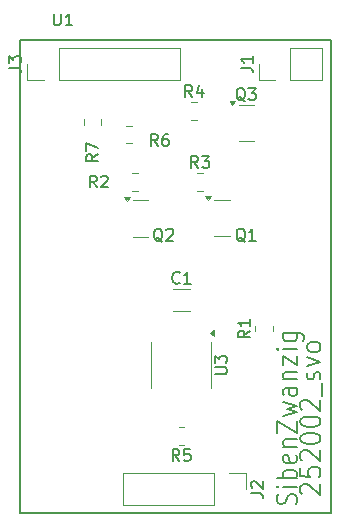
<source format=gbr>
%TF.GenerationSoftware,KiCad,Pcbnew,9.0.3-9.0.3-0~ubuntu24.04.1*%
%TF.CreationDate,2025-09-07T11:30:27-03:00*%
%TF.ProjectId,SvoCamBoardBottom,53766f43-616d-4426-9f61-7264426f7474,rev?*%
%TF.SameCoordinates,Original*%
%TF.FileFunction,Legend,Top*%
%TF.FilePolarity,Positive*%
%FSLAX46Y46*%
G04 Gerber Fmt 4.6, Leading zero omitted, Abs format (unit mm)*
G04 Created by KiCad (PCBNEW 9.0.3-9.0.3-0~ubuntu24.04.1) date 2025-09-07 11:30:27*
%MOMM*%
%LPD*%
G01*
G04 APERTURE LIST*
%ADD10C,0.150000*%
%ADD11C,0.120000*%
%ADD12C,0.127000*%
G04 APERTURE END LIST*
D10*
X167731715Y-107428569D02*
X167649810Y-107357141D01*
X167649810Y-107357141D02*
X167567905Y-107214284D01*
X167567905Y-107214284D02*
X167567905Y-106857141D01*
X167567905Y-106857141D02*
X167649810Y-106714284D01*
X167649810Y-106714284D02*
X167731715Y-106642855D01*
X167731715Y-106642855D02*
X167895524Y-106571426D01*
X167895524Y-106571426D02*
X168059334Y-106571426D01*
X168059334Y-106571426D02*
X168305048Y-106642855D01*
X168305048Y-106642855D02*
X169287905Y-107499998D01*
X169287905Y-107499998D02*
X169287905Y-106571426D01*
X167567905Y-105214284D02*
X167567905Y-105928570D01*
X167567905Y-105928570D02*
X168386953Y-105999998D01*
X168386953Y-105999998D02*
X168305048Y-105928570D01*
X168305048Y-105928570D02*
X168223143Y-105785713D01*
X168223143Y-105785713D02*
X168223143Y-105428570D01*
X168223143Y-105428570D02*
X168305048Y-105285713D01*
X168305048Y-105285713D02*
X168386953Y-105214284D01*
X168386953Y-105214284D02*
X168550762Y-105142855D01*
X168550762Y-105142855D02*
X168960286Y-105142855D01*
X168960286Y-105142855D02*
X169124096Y-105214284D01*
X169124096Y-105214284D02*
X169206001Y-105285713D01*
X169206001Y-105285713D02*
X169287905Y-105428570D01*
X169287905Y-105428570D02*
X169287905Y-105785713D01*
X169287905Y-105785713D02*
X169206001Y-105928570D01*
X169206001Y-105928570D02*
X169124096Y-105999998D01*
X167731715Y-104571427D02*
X167649810Y-104499999D01*
X167649810Y-104499999D02*
X167567905Y-104357142D01*
X167567905Y-104357142D02*
X167567905Y-103999999D01*
X167567905Y-103999999D02*
X167649810Y-103857142D01*
X167649810Y-103857142D02*
X167731715Y-103785713D01*
X167731715Y-103785713D02*
X167895524Y-103714284D01*
X167895524Y-103714284D02*
X168059334Y-103714284D01*
X168059334Y-103714284D02*
X168305048Y-103785713D01*
X168305048Y-103785713D02*
X169287905Y-104642856D01*
X169287905Y-104642856D02*
X169287905Y-103714284D01*
X167567905Y-102785713D02*
X167567905Y-102642856D01*
X167567905Y-102642856D02*
X167649810Y-102499999D01*
X167649810Y-102499999D02*
X167731715Y-102428571D01*
X167731715Y-102428571D02*
X167895524Y-102357142D01*
X167895524Y-102357142D02*
X168223143Y-102285713D01*
X168223143Y-102285713D02*
X168632667Y-102285713D01*
X168632667Y-102285713D02*
X168960286Y-102357142D01*
X168960286Y-102357142D02*
X169124096Y-102428571D01*
X169124096Y-102428571D02*
X169206001Y-102499999D01*
X169206001Y-102499999D02*
X169287905Y-102642856D01*
X169287905Y-102642856D02*
X169287905Y-102785713D01*
X169287905Y-102785713D02*
X169206001Y-102928571D01*
X169206001Y-102928571D02*
X169124096Y-102999999D01*
X169124096Y-102999999D02*
X168960286Y-103071428D01*
X168960286Y-103071428D02*
X168632667Y-103142856D01*
X168632667Y-103142856D02*
X168223143Y-103142856D01*
X168223143Y-103142856D02*
X167895524Y-103071428D01*
X167895524Y-103071428D02*
X167731715Y-102999999D01*
X167731715Y-102999999D02*
X167649810Y-102928571D01*
X167649810Y-102928571D02*
X167567905Y-102785713D01*
X167567905Y-101357142D02*
X167567905Y-101214285D01*
X167567905Y-101214285D02*
X167649810Y-101071428D01*
X167649810Y-101071428D02*
X167731715Y-101000000D01*
X167731715Y-101000000D02*
X167895524Y-100928571D01*
X167895524Y-100928571D02*
X168223143Y-100857142D01*
X168223143Y-100857142D02*
X168632667Y-100857142D01*
X168632667Y-100857142D02*
X168960286Y-100928571D01*
X168960286Y-100928571D02*
X169124096Y-101000000D01*
X169124096Y-101000000D02*
X169206001Y-101071428D01*
X169206001Y-101071428D02*
X169287905Y-101214285D01*
X169287905Y-101214285D02*
X169287905Y-101357142D01*
X169287905Y-101357142D02*
X169206001Y-101500000D01*
X169206001Y-101500000D02*
X169124096Y-101571428D01*
X169124096Y-101571428D02*
X168960286Y-101642857D01*
X168960286Y-101642857D02*
X168632667Y-101714285D01*
X168632667Y-101714285D02*
X168223143Y-101714285D01*
X168223143Y-101714285D02*
X167895524Y-101642857D01*
X167895524Y-101642857D02*
X167731715Y-101571428D01*
X167731715Y-101571428D02*
X167649810Y-101500000D01*
X167649810Y-101500000D02*
X167567905Y-101357142D01*
X167731715Y-100285714D02*
X167649810Y-100214286D01*
X167649810Y-100214286D02*
X167567905Y-100071429D01*
X167567905Y-100071429D02*
X167567905Y-99714286D01*
X167567905Y-99714286D02*
X167649810Y-99571429D01*
X167649810Y-99571429D02*
X167731715Y-99500000D01*
X167731715Y-99500000D02*
X167895524Y-99428571D01*
X167895524Y-99428571D02*
X168059334Y-99428571D01*
X168059334Y-99428571D02*
X168305048Y-99500000D01*
X168305048Y-99500000D02*
X169287905Y-100357143D01*
X169287905Y-100357143D02*
X169287905Y-99428571D01*
X169451715Y-99142858D02*
X169451715Y-98000000D01*
X169206001Y-97714286D02*
X169287905Y-97571429D01*
X169287905Y-97571429D02*
X169287905Y-97285715D01*
X169287905Y-97285715D02*
X169206001Y-97142858D01*
X169206001Y-97142858D02*
X169042191Y-97071429D01*
X169042191Y-97071429D02*
X168960286Y-97071429D01*
X168960286Y-97071429D02*
X168796477Y-97142858D01*
X168796477Y-97142858D02*
X168714572Y-97285715D01*
X168714572Y-97285715D02*
X168714572Y-97500001D01*
X168714572Y-97500001D02*
X168632667Y-97642858D01*
X168632667Y-97642858D02*
X168468858Y-97714286D01*
X168468858Y-97714286D02*
X168386953Y-97714286D01*
X168386953Y-97714286D02*
X168223143Y-97642858D01*
X168223143Y-97642858D02*
X168141239Y-97500001D01*
X168141239Y-97500001D02*
X168141239Y-97285715D01*
X168141239Y-97285715D02*
X168223143Y-97142858D01*
X168141239Y-96571429D02*
X169287905Y-96214286D01*
X169287905Y-96214286D02*
X168141239Y-95857143D01*
X169287905Y-95071429D02*
X169206001Y-95214286D01*
X169206001Y-95214286D02*
X169124096Y-95285715D01*
X169124096Y-95285715D02*
X168960286Y-95357143D01*
X168960286Y-95357143D02*
X168468858Y-95357143D01*
X168468858Y-95357143D02*
X168305048Y-95285715D01*
X168305048Y-95285715D02*
X168223143Y-95214286D01*
X168223143Y-95214286D02*
X168141239Y-95071429D01*
X168141239Y-95071429D02*
X168141239Y-94857143D01*
X168141239Y-94857143D02*
X168223143Y-94714286D01*
X168223143Y-94714286D02*
X168305048Y-94642858D01*
X168305048Y-94642858D02*
X168468858Y-94571429D01*
X168468858Y-94571429D02*
X168960286Y-94571429D01*
X168960286Y-94571429D02*
X169124096Y-94642858D01*
X169124096Y-94642858D02*
X169206001Y-94714286D01*
X169206001Y-94714286D02*
X169287905Y-94857143D01*
X169287905Y-94857143D02*
X169287905Y-95071429D01*
X163304819Y-93579166D02*
X162828628Y-93912499D01*
X163304819Y-94150594D02*
X162304819Y-94150594D01*
X162304819Y-94150594D02*
X162304819Y-93769642D01*
X162304819Y-93769642D02*
X162352438Y-93674404D01*
X162352438Y-93674404D02*
X162400057Y-93626785D01*
X162400057Y-93626785D02*
X162495295Y-93579166D01*
X162495295Y-93579166D02*
X162638152Y-93579166D01*
X162638152Y-93579166D02*
X162733390Y-93626785D01*
X162733390Y-93626785D02*
X162781009Y-93674404D01*
X162781009Y-93674404D02*
X162828628Y-93769642D01*
X162828628Y-93769642D02*
X162828628Y-94150594D01*
X163304819Y-92626785D02*
X163304819Y-93198213D01*
X163304819Y-92912499D02*
X162304819Y-92912499D01*
X162304819Y-92912499D02*
X162447676Y-93007737D01*
X162447676Y-93007737D02*
X162542914Y-93102975D01*
X162542914Y-93102975D02*
X162590533Y-93198213D01*
X162904761Y-74150057D02*
X162809523Y-74102438D01*
X162809523Y-74102438D02*
X162714285Y-74007200D01*
X162714285Y-74007200D02*
X162571428Y-73864342D01*
X162571428Y-73864342D02*
X162476190Y-73816723D01*
X162476190Y-73816723D02*
X162380952Y-73816723D01*
X162428571Y-74054819D02*
X162333333Y-74007200D01*
X162333333Y-74007200D02*
X162238095Y-73911961D01*
X162238095Y-73911961D02*
X162190476Y-73721485D01*
X162190476Y-73721485D02*
X162190476Y-73388152D01*
X162190476Y-73388152D02*
X162238095Y-73197676D01*
X162238095Y-73197676D02*
X162333333Y-73102438D01*
X162333333Y-73102438D02*
X162428571Y-73054819D01*
X162428571Y-73054819D02*
X162619047Y-73054819D01*
X162619047Y-73054819D02*
X162714285Y-73102438D01*
X162714285Y-73102438D02*
X162809523Y-73197676D01*
X162809523Y-73197676D02*
X162857142Y-73388152D01*
X162857142Y-73388152D02*
X162857142Y-73721485D01*
X162857142Y-73721485D02*
X162809523Y-73911961D01*
X162809523Y-73911961D02*
X162714285Y-74007200D01*
X162714285Y-74007200D02*
X162619047Y-74054819D01*
X162619047Y-74054819D02*
X162428571Y-74054819D01*
X163190476Y-73054819D02*
X163809523Y-73054819D01*
X163809523Y-73054819D02*
X163476190Y-73435771D01*
X163476190Y-73435771D02*
X163619047Y-73435771D01*
X163619047Y-73435771D02*
X163714285Y-73483390D01*
X163714285Y-73483390D02*
X163761904Y-73531009D01*
X163761904Y-73531009D02*
X163809523Y-73626247D01*
X163809523Y-73626247D02*
X163809523Y-73864342D01*
X163809523Y-73864342D02*
X163761904Y-73959580D01*
X163761904Y-73959580D02*
X163714285Y-74007200D01*
X163714285Y-74007200D02*
X163619047Y-74054819D01*
X163619047Y-74054819D02*
X163333333Y-74054819D01*
X163333333Y-74054819D02*
X163238095Y-74007200D01*
X163238095Y-74007200D02*
X163190476Y-73959580D01*
X155508333Y-77954819D02*
X155175000Y-77478628D01*
X154936905Y-77954819D02*
X154936905Y-76954819D01*
X154936905Y-76954819D02*
X155317857Y-76954819D01*
X155317857Y-76954819D02*
X155413095Y-77002438D01*
X155413095Y-77002438D02*
X155460714Y-77050057D01*
X155460714Y-77050057D02*
X155508333Y-77145295D01*
X155508333Y-77145295D02*
X155508333Y-77288152D01*
X155508333Y-77288152D02*
X155460714Y-77383390D01*
X155460714Y-77383390D02*
X155413095Y-77431009D01*
X155413095Y-77431009D02*
X155317857Y-77478628D01*
X155317857Y-77478628D02*
X154936905Y-77478628D01*
X156365476Y-76954819D02*
X156175000Y-76954819D01*
X156175000Y-76954819D02*
X156079762Y-77002438D01*
X156079762Y-77002438D02*
X156032143Y-77050057D01*
X156032143Y-77050057D02*
X155936905Y-77192914D01*
X155936905Y-77192914D02*
X155889286Y-77383390D01*
X155889286Y-77383390D02*
X155889286Y-77764342D01*
X155889286Y-77764342D02*
X155936905Y-77859580D01*
X155936905Y-77859580D02*
X155984524Y-77907200D01*
X155984524Y-77907200D02*
X156079762Y-77954819D01*
X156079762Y-77954819D02*
X156270238Y-77954819D01*
X156270238Y-77954819D02*
X156365476Y-77907200D01*
X156365476Y-77907200D02*
X156413095Y-77859580D01*
X156413095Y-77859580D02*
X156460714Y-77764342D01*
X156460714Y-77764342D02*
X156460714Y-77526247D01*
X156460714Y-77526247D02*
X156413095Y-77431009D01*
X156413095Y-77431009D02*
X156365476Y-77383390D01*
X156365476Y-77383390D02*
X156270238Y-77335771D01*
X156270238Y-77335771D02*
X156079762Y-77335771D01*
X156079762Y-77335771D02*
X155984524Y-77383390D01*
X155984524Y-77383390D02*
X155936905Y-77431009D01*
X155936905Y-77431009D02*
X155889286Y-77526247D01*
X142914819Y-71333333D02*
X143629104Y-71333333D01*
X143629104Y-71333333D02*
X143771961Y-71380952D01*
X143771961Y-71380952D02*
X143867200Y-71476190D01*
X143867200Y-71476190D02*
X143914819Y-71619047D01*
X143914819Y-71619047D02*
X143914819Y-71714285D01*
X142914819Y-70952380D02*
X142914819Y-70333333D01*
X142914819Y-70333333D02*
X143295771Y-70666666D01*
X143295771Y-70666666D02*
X143295771Y-70523809D01*
X143295771Y-70523809D02*
X143343390Y-70428571D01*
X143343390Y-70428571D02*
X143391009Y-70380952D01*
X143391009Y-70380952D02*
X143486247Y-70333333D01*
X143486247Y-70333333D02*
X143724342Y-70333333D01*
X143724342Y-70333333D02*
X143819580Y-70380952D01*
X143819580Y-70380952D02*
X143867200Y-70428571D01*
X143867200Y-70428571D02*
X143914819Y-70523809D01*
X143914819Y-70523809D02*
X143914819Y-70809523D01*
X143914819Y-70809523D02*
X143867200Y-70904761D01*
X143867200Y-70904761D02*
X143819580Y-70952380D01*
X160354819Y-97261904D02*
X161164342Y-97261904D01*
X161164342Y-97261904D02*
X161259580Y-97214285D01*
X161259580Y-97214285D02*
X161307200Y-97166666D01*
X161307200Y-97166666D02*
X161354819Y-97071428D01*
X161354819Y-97071428D02*
X161354819Y-96880952D01*
X161354819Y-96880952D02*
X161307200Y-96785714D01*
X161307200Y-96785714D02*
X161259580Y-96738095D01*
X161259580Y-96738095D02*
X161164342Y-96690476D01*
X161164342Y-96690476D02*
X160354819Y-96690476D01*
X160354819Y-96309523D02*
X160354819Y-95690476D01*
X160354819Y-95690476D02*
X160735771Y-96023809D01*
X160735771Y-96023809D02*
X160735771Y-95880952D01*
X160735771Y-95880952D02*
X160783390Y-95785714D01*
X160783390Y-95785714D02*
X160831009Y-95738095D01*
X160831009Y-95738095D02*
X160926247Y-95690476D01*
X160926247Y-95690476D02*
X161164342Y-95690476D01*
X161164342Y-95690476D02*
X161259580Y-95738095D01*
X161259580Y-95738095D02*
X161307200Y-95785714D01*
X161307200Y-95785714D02*
X161354819Y-95880952D01*
X161354819Y-95880952D02*
X161354819Y-96166666D01*
X161354819Y-96166666D02*
X161307200Y-96261904D01*
X161307200Y-96261904D02*
X161259580Y-96309523D01*
X158920833Y-79804819D02*
X158587500Y-79328628D01*
X158349405Y-79804819D02*
X158349405Y-78804819D01*
X158349405Y-78804819D02*
X158730357Y-78804819D01*
X158730357Y-78804819D02*
X158825595Y-78852438D01*
X158825595Y-78852438D02*
X158873214Y-78900057D01*
X158873214Y-78900057D02*
X158920833Y-78995295D01*
X158920833Y-78995295D02*
X158920833Y-79138152D01*
X158920833Y-79138152D02*
X158873214Y-79233390D01*
X158873214Y-79233390D02*
X158825595Y-79281009D01*
X158825595Y-79281009D02*
X158730357Y-79328628D01*
X158730357Y-79328628D02*
X158349405Y-79328628D01*
X159254167Y-78804819D02*
X159873214Y-78804819D01*
X159873214Y-78804819D02*
X159539881Y-79185771D01*
X159539881Y-79185771D02*
X159682738Y-79185771D01*
X159682738Y-79185771D02*
X159777976Y-79233390D01*
X159777976Y-79233390D02*
X159825595Y-79281009D01*
X159825595Y-79281009D02*
X159873214Y-79376247D01*
X159873214Y-79376247D02*
X159873214Y-79614342D01*
X159873214Y-79614342D02*
X159825595Y-79709580D01*
X159825595Y-79709580D02*
X159777976Y-79757200D01*
X159777976Y-79757200D02*
X159682738Y-79804819D01*
X159682738Y-79804819D02*
X159397024Y-79804819D01*
X159397024Y-79804819D02*
X159301786Y-79757200D01*
X159301786Y-79757200D02*
X159254167Y-79709580D01*
X162904761Y-86050057D02*
X162809523Y-86002438D01*
X162809523Y-86002438D02*
X162714285Y-85907200D01*
X162714285Y-85907200D02*
X162571428Y-85764342D01*
X162571428Y-85764342D02*
X162476190Y-85716723D01*
X162476190Y-85716723D02*
X162380952Y-85716723D01*
X162428571Y-85954819D02*
X162333333Y-85907200D01*
X162333333Y-85907200D02*
X162238095Y-85811961D01*
X162238095Y-85811961D02*
X162190476Y-85621485D01*
X162190476Y-85621485D02*
X162190476Y-85288152D01*
X162190476Y-85288152D02*
X162238095Y-85097676D01*
X162238095Y-85097676D02*
X162333333Y-85002438D01*
X162333333Y-85002438D02*
X162428571Y-84954819D01*
X162428571Y-84954819D02*
X162619047Y-84954819D01*
X162619047Y-84954819D02*
X162714285Y-85002438D01*
X162714285Y-85002438D02*
X162809523Y-85097676D01*
X162809523Y-85097676D02*
X162857142Y-85288152D01*
X162857142Y-85288152D02*
X162857142Y-85621485D01*
X162857142Y-85621485D02*
X162809523Y-85811961D01*
X162809523Y-85811961D02*
X162714285Y-85907200D01*
X162714285Y-85907200D02*
X162619047Y-85954819D01*
X162619047Y-85954819D02*
X162428571Y-85954819D01*
X163809523Y-85954819D02*
X163238095Y-85954819D01*
X163523809Y-85954819D02*
X163523809Y-84954819D01*
X163523809Y-84954819D02*
X163428571Y-85097676D01*
X163428571Y-85097676D02*
X163333333Y-85192914D01*
X163333333Y-85192914D02*
X163238095Y-85240533D01*
X163414819Y-107333333D02*
X164129104Y-107333333D01*
X164129104Y-107333333D02*
X164271961Y-107380952D01*
X164271961Y-107380952D02*
X164367200Y-107476190D01*
X164367200Y-107476190D02*
X164414819Y-107619047D01*
X164414819Y-107619047D02*
X164414819Y-107714285D01*
X163510057Y-106904761D02*
X163462438Y-106857142D01*
X163462438Y-106857142D02*
X163414819Y-106761904D01*
X163414819Y-106761904D02*
X163414819Y-106523809D01*
X163414819Y-106523809D02*
X163462438Y-106428571D01*
X163462438Y-106428571D02*
X163510057Y-106380952D01*
X163510057Y-106380952D02*
X163605295Y-106333333D01*
X163605295Y-106333333D02*
X163700533Y-106333333D01*
X163700533Y-106333333D02*
X163843390Y-106380952D01*
X163843390Y-106380952D02*
X164414819Y-106952380D01*
X164414819Y-106952380D02*
X164414819Y-106333333D01*
X157358333Y-89509580D02*
X157310714Y-89557200D01*
X157310714Y-89557200D02*
X157167857Y-89604819D01*
X157167857Y-89604819D02*
X157072619Y-89604819D01*
X157072619Y-89604819D02*
X156929762Y-89557200D01*
X156929762Y-89557200D02*
X156834524Y-89461961D01*
X156834524Y-89461961D02*
X156786905Y-89366723D01*
X156786905Y-89366723D02*
X156739286Y-89176247D01*
X156739286Y-89176247D02*
X156739286Y-89033390D01*
X156739286Y-89033390D02*
X156786905Y-88842914D01*
X156786905Y-88842914D02*
X156834524Y-88747676D01*
X156834524Y-88747676D02*
X156929762Y-88652438D01*
X156929762Y-88652438D02*
X157072619Y-88604819D01*
X157072619Y-88604819D02*
X157167857Y-88604819D01*
X157167857Y-88604819D02*
X157310714Y-88652438D01*
X157310714Y-88652438D02*
X157358333Y-88700057D01*
X158310714Y-89604819D02*
X157739286Y-89604819D01*
X158025000Y-89604819D02*
X158025000Y-88604819D01*
X158025000Y-88604819D02*
X157929762Y-88747676D01*
X157929762Y-88747676D02*
X157834524Y-88842914D01*
X157834524Y-88842914D02*
X157739286Y-88890533D01*
X162534819Y-71333333D02*
X163249104Y-71333333D01*
X163249104Y-71333333D02*
X163391961Y-71380952D01*
X163391961Y-71380952D02*
X163487200Y-71476190D01*
X163487200Y-71476190D02*
X163534819Y-71619047D01*
X163534819Y-71619047D02*
X163534819Y-71714285D01*
X163534819Y-70333333D02*
X163534819Y-70904761D01*
X163534819Y-70619047D02*
X162534819Y-70619047D01*
X162534819Y-70619047D02*
X162677676Y-70714285D01*
X162677676Y-70714285D02*
X162772914Y-70809523D01*
X162772914Y-70809523D02*
X162820533Y-70904761D01*
X150333333Y-81454819D02*
X150000000Y-80978628D01*
X149761905Y-81454819D02*
X149761905Y-80454819D01*
X149761905Y-80454819D02*
X150142857Y-80454819D01*
X150142857Y-80454819D02*
X150238095Y-80502438D01*
X150238095Y-80502438D02*
X150285714Y-80550057D01*
X150285714Y-80550057D02*
X150333333Y-80645295D01*
X150333333Y-80645295D02*
X150333333Y-80788152D01*
X150333333Y-80788152D02*
X150285714Y-80883390D01*
X150285714Y-80883390D02*
X150238095Y-80931009D01*
X150238095Y-80931009D02*
X150142857Y-80978628D01*
X150142857Y-80978628D02*
X149761905Y-80978628D01*
X150714286Y-80550057D02*
X150761905Y-80502438D01*
X150761905Y-80502438D02*
X150857143Y-80454819D01*
X150857143Y-80454819D02*
X151095238Y-80454819D01*
X151095238Y-80454819D02*
X151190476Y-80502438D01*
X151190476Y-80502438D02*
X151238095Y-80550057D01*
X151238095Y-80550057D02*
X151285714Y-80645295D01*
X151285714Y-80645295D02*
X151285714Y-80740533D01*
X151285714Y-80740533D02*
X151238095Y-80883390D01*
X151238095Y-80883390D02*
X150666667Y-81454819D01*
X150666667Y-81454819D02*
X151285714Y-81454819D01*
X146713095Y-66739819D02*
X146713095Y-67549342D01*
X146713095Y-67549342D02*
X146760714Y-67644580D01*
X146760714Y-67644580D02*
X146808333Y-67692200D01*
X146808333Y-67692200D02*
X146903571Y-67739819D01*
X146903571Y-67739819D02*
X147094047Y-67739819D01*
X147094047Y-67739819D02*
X147189285Y-67692200D01*
X147189285Y-67692200D02*
X147236904Y-67644580D01*
X147236904Y-67644580D02*
X147284523Y-67549342D01*
X147284523Y-67549342D02*
X147284523Y-66739819D01*
X148284523Y-67739819D02*
X147713095Y-67739819D01*
X147998809Y-67739819D02*
X147998809Y-66739819D01*
X147998809Y-66739819D02*
X147903571Y-66882676D01*
X147903571Y-66882676D02*
X147808333Y-66977914D01*
X147808333Y-66977914D02*
X147713095Y-67025533D01*
X167206001Y-108285714D02*
X167287905Y-108071429D01*
X167287905Y-108071429D02*
X167287905Y-107714286D01*
X167287905Y-107714286D02*
X167206001Y-107571429D01*
X167206001Y-107571429D02*
X167124096Y-107500000D01*
X167124096Y-107500000D02*
X166960286Y-107428571D01*
X166960286Y-107428571D02*
X166796477Y-107428571D01*
X166796477Y-107428571D02*
X166632667Y-107500000D01*
X166632667Y-107500000D02*
X166550762Y-107571429D01*
X166550762Y-107571429D02*
X166468858Y-107714286D01*
X166468858Y-107714286D02*
X166386953Y-108000000D01*
X166386953Y-108000000D02*
X166305048Y-108142857D01*
X166305048Y-108142857D02*
X166223143Y-108214286D01*
X166223143Y-108214286D02*
X166059334Y-108285714D01*
X166059334Y-108285714D02*
X165895524Y-108285714D01*
X165895524Y-108285714D02*
X165731715Y-108214286D01*
X165731715Y-108214286D02*
X165649810Y-108142857D01*
X165649810Y-108142857D02*
X165567905Y-108000000D01*
X165567905Y-108000000D02*
X165567905Y-107642857D01*
X165567905Y-107642857D02*
X165649810Y-107428571D01*
X167287905Y-106785715D02*
X166141239Y-106785715D01*
X165567905Y-106785715D02*
X165649810Y-106857143D01*
X165649810Y-106857143D02*
X165731715Y-106785715D01*
X165731715Y-106785715D02*
X165649810Y-106714286D01*
X165649810Y-106714286D02*
X165567905Y-106785715D01*
X165567905Y-106785715D02*
X165731715Y-106785715D01*
X167287905Y-106071429D02*
X165567905Y-106071429D01*
X166223143Y-106071429D02*
X166141239Y-105928572D01*
X166141239Y-105928572D02*
X166141239Y-105642857D01*
X166141239Y-105642857D02*
X166223143Y-105500000D01*
X166223143Y-105500000D02*
X166305048Y-105428572D01*
X166305048Y-105428572D02*
X166468858Y-105357143D01*
X166468858Y-105357143D02*
X166960286Y-105357143D01*
X166960286Y-105357143D02*
X167124096Y-105428572D01*
X167124096Y-105428572D02*
X167206001Y-105500000D01*
X167206001Y-105500000D02*
X167287905Y-105642857D01*
X167287905Y-105642857D02*
X167287905Y-105928572D01*
X167287905Y-105928572D02*
X167206001Y-106071429D01*
X167206001Y-104142857D02*
X167287905Y-104285714D01*
X167287905Y-104285714D02*
X167287905Y-104571429D01*
X167287905Y-104571429D02*
X167206001Y-104714286D01*
X167206001Y-104714286D02*
X167042191Y-104785714D01*
X167042191Y-104785714D02*
X166386953Y-104785714D01*
X166386953Y-104785714D02*
X166223143Y-104714286D01*
X166223143Y-104714286D02*
X166141239Y-104571429D01*
X166141239Y-104571429D02*
X166141239Y-104285714D01*
X166141239Y-104285714D02*
X166223143Y-104142857D01*
X166223143Y-104142857D02*
X166386953Y-104071429D01*
X166386953Y-104071429D02*
X166550762Y-104071429D01*
X166550762Y-104071429D02*
X166714572Y-104785714D01*
X166141239Y-103428572D02*
X167287905Y-103428572D01*
X166305048Y-103428572D02*
X166223143Y-103357143D01*
X166223143Y-103357143D02*
X166141239Y-103214286D01*
X166141239Y-103214286D02*
X166141239Y-103000000D01*
X166141239Y-103000000D02*
X166223143Y-102857143D01*
X166223143Y-102857143D02*
X166386953Y-102785715D01*
X166386953Y-102785715D02*
X167287905Y-102785715D01*
X165567905Y-102214286D02*
X165567905Y-101214286D01*
X165567905Y-101214286D02*
X167287905Y-102214286D01*
X167287905Y-102214286D02*
X167287905Y-101214286D01*
X166141239Y-100785715D02*
X167287905Y-100500001D01*
X167287905Y-100500001D02*
X166468858Y-100214286D01*
X166468858Y-100214286D02*
X167287905Y-99928572D01*
X167287905Y-99928572D02*
X166141239Y-99642858D01*
X167287905Y-98428572D02*
X166386953Y-98428572D01*
X166386953Y-98428572D02*
X166223143Y-98500000D01*
X166223143Y-98500000D02*
X166141239Y-98642857D01*
X166141239Y-98642857D02*
X166141239Y-98928572D01*
X166141239Y-98928572D02*
X166223143Y-99071429D01*
X167206001Y-98428572D02*
X167287905Y-98571429D01*
X167287905Y-98571429D02*
X167287905Y-98928572D01*
X167287905Y-98928572D02*
X167206001Y-99071429D01*
X167206001Y-99071429D02*
X167042191Y-99142857D01*
X167042191Y-99142857D02*
X166878381Y-99142857D01*
X166878381Y-99142857D02*
X166714572Y-99071429D01*
X166714572Y-99071429D02*
X166632667Y-98928572D01*
X166632667Y-98928572D02*
X166632667Y-98571429D01*
X166632667Y-98571429D02*
X166550762Y-98428572D01*
X166141239Y-97714286D02*
X167287905Y-97714286D01*
X166305048Y-97714286D02*
X166223143Y-97642857D01*
X166223143Y-97642857D02*
X166141239Y-97500000D01*
X166141239Y-97500000D02*
X166141239Y-97285714D01*
X166141239Y-97285714D02*
X166223143Y-97142857D01*
X166223143Y-97142857D02*
X166386953Y-97071429D01*
X166386953Y-97071429D02*
X167287905Y-97071429D01*
X166141239Y-96500000D02*
X166141239Y-95714286D01*
X166141239Y-95714286D02*
X167287905Y-96500000D01*
X167287905Y-96500000D02*
X167287905Y-95714286D01*
X167287905Y-95142857D02*
X166141239Y-95142857D01*
X165567905Y-95142857D02*
X165649810Y-95214285D01*
X165649810Y-95214285D02*
X165731715Y-95142857D01*
X165731715Y-95142857D02*
X165649810Y-95071428D01*
X165649810Y-95071428D02*
X165567905Y-95142857D01*
X165567905Y-95142857D02*
X165731715Y-95142857D01*
X166141239Y-93785714D02*
X167533620Y-93785714D01*
X167533620Y-93785714D02*
X167697429Y-93857142D01*
X167697429Y-93857142D02*
X167779334Y-93928571D01*
X167779334Y-93928571D02*
X167861239Y-94071428D01*
X167861239Y-94071428D02*
X167861239Y-94285714D01*
X167861239Y-94285714D02*
X167779334Y-94428571D01*
X167206001Y-93785714D02*
X167287905Y-93928571D01*
X167287905Y-93928571D02*
X167287905Y-94214285D01*
X167287905Y-94214285D02*
X167206001Y-94357142D01*
X167206001Y-94357142D02*
X167124096Y-94428571D01*
X167124096Y-94428571D02*
X166960286Y-94499999D01*
X166960286Y-94499999D02*
X166468858Y-94499999D01*
X166468858Y-94499999D02*
X166305048Y-94428571D01*
X166305048Y-94428571D02*
X166223143Y-94357142D01*
X166223143Y-94357142D02*
X166141239Y-94214285D01*
X166141239Y-94214285D02*
X166141239Y-93928571D01*
X166141239Y-93928571D02*
X166223143Y-93785714D01*
X157333333Y-104604819D02*
X157000000Y-104128628D01*
X156761905Y-104604819D02*
X156761905Y-103604819D01*
X156761905Y-103604819D02*
X157142857Y-103604819D01*
X157142857Y-103604819D02*
X157238095Y-103652438D01*
X157238095Y-103652438D02*
X157285714Y-103700057D01*
X157285714Y-103700057D02*
X157333333Y-103795295D01*
X157333333Y-103795295D02*
X157333333Y-103938152D01*
X157333333Y-103938152D02*
X157285714Y-104033390D01*
X157285714Y-104033390D02*
X157238095Y-104081009D01*
X157238095Y-104081009D02*
X157142857Y-104128628D01*
X157142857Y-104128628D02*
X156761905Y-104128628D01*
X158238095Y-103604819D02*
X157761905Y-103604819D01*
X157761905Y-103604819D02*
X157714286Y-104081009D01*
X157714286Y-104081009D02*
X157761905Y-104033390D01*
X157761905Y-104033390D02*
X157857143Y-103985771D01*
X157857143Y-103985771D02*
X158095238Y-103985771D01*
X158095238Y-103985771D02*
X158190476Y-104033390D01*
X158190476Y-104033390D02*
X158238095Y-104081009D01*
X158238095Y-104081009D02*
X158285714Y-104176247D01*
X158285714Y-104176247D02*
X158285714Y-104414342D01*
X158285714Y-104414342D02*
X158238095Y-104509580D01*
X158238095Y-104509580D02*
X158190476Y-104557200D01*
X158190476Y-104557200D02*
X158095238Y-104604819D01*
X158095238Y-104604819D02*
X157857143Y-104604819D01*
X157857143Y-104604819D02*
X157761905Y-104557200D01*
X157761905Y-104557200D02*
X157714286Y-104509580D01*
X150454819Y-78666666D02*
X149978628Y-78999999D01*
X150454819Y-79238094D02*
X149454819Y-79238094D01*
X149454819Y-79238094D02*
X149454819Y-78857142D01*
X149454819Y-78857142D02*
X149502438Y-78761904D01*
X149502438Y-78761904D02*
X149550057Y-78714285D01*
X149550057Y-78714285D02*
X149645295Y-78666666D01*
X149645295Y-78666666D02*
X149788152Y-78666666D01*
X149788152Y-78666666D02*
X149883390Y-78714285D01*
X149883390Y-78714285D02*
X149931009Y-78761904D01*
X149931009Y-78761904D02*
X149978628Y-78857142D01*
X149978628Y-78857142D02*
X149978628Y-79238094D01*
X149454819Y-78333332D02*
X149454819Y-77666666D01*
X149454819Y-77666666D02*
X150454819Y-78095237D01*
X158420833Y-73804819D02*
X158087500Y-73328628D01*
X157849405Y-73804819D02*
X157849405Y-72804819D01*
X157849405Y-72804819D02*
X158230357Y-72804819D01*
X158230357Y-72804819D02*
X158325595Y-72852438D01*
X158325595Y-72852438D02*
X158373214Y-72900057D01*
X158373214Y-72900057D02*
X158420833Y-72995295D01*
X158420833Y-72995295D02*
X158420833Y-73138152D01*
X158420833Y-73138152D02*
X158373214Y-73233390D01*
X158373214Y-73233390D02*
X158325595Y-73281009D01*
X158325595Y-73281009D02*
X158230357Y-73328628D01*
X158230357Y-73328628D02*
X157849405Y-73328628D01*
X159277976Y-73138152D02*
X159277976Y-73804819D01*
X159039881Y-72757200D02*
X158801786Y-73471485D01*
X158801786Y-73471485D02*
X159420833Y-73471485D01*
X155904761Y-86050057D02*
X155809523Y-86002438D01*
X155809523Y-86002438D02*
X155714285Y-85907200D01*
X155714285Y-85907200D02*
X155571428Y-85764342D01*
X155571428Y-85764342D02*
X155476190Y-85716723D01*
X155476190Y-85716723D02*
X155380952Y-85716723D01*
X155428571Y-85954819D02*
X155333333Y-85907200D01*
X155333333Y-85907200D02*
X155238095Y-85811961D01*
X155238095Y-85811961D02*
X155190476Y-85621485D01*
X155190476Y-85621485D02*
X155190476Y-85288152D01*
X155190476Y-85288152D02*
X155238095Y-85097676D01*
X155238095Y-85097676D02*
X155333333Y-85002438D01*
X155333333Y-85002438D02*
X155428571Y-84954819D01*
X155428571Y-84954819D02*
X155619047Y-84954819D01*
X155619047Y-84954819D02*
X155714285Y-85002438D01*
X155714285Y-85002438D02*
X155809523Y-85097676D01*
X155809523Y-85097676D02*
X155857142Y-85288152D01*
X155857142Y-85288152D02*
X155857142Y-85621485D01*
X155857142Y-85621485D02*
X155809523Y-85811961D01*
X155809523Y-85811961D02*
X155714285Y-85907200D01*
X155714285Y-85907200D02*
X155619047Y-85954819D01*
X155619047Y-85954819D02*
X155428571Y-85954819D01*
X156238095Y-85050057D02*
X156285714Y-85002438D01*
X156285714Y-85002438D02*
X156380952Y-84954819D01*
X156380952Y-84954819D02*
X156619047Y-84954819D01*
X156619047Y-84954819D02*
X156714285Y-85002438D01*
X156714285Y-85002438D02*
X156761904Y-85050057D01*
X156761904Y-85050057D02*
X156809523Y-85145295D01*
X156809523Y-85145295D02*
X156809523Y-85240533D01*
X156809523Y-85240533D02*
X156761904Y-85383390D01*
X156761904Y-85383390D02*
X156190476Y-85954819D01*
X156190476Y-85954819D02*
X156809523Y-85954819D01*
D11*
%TO.C,R1*%
X163765000Y-93639564D02*
X163765000Y-93185436D01*
X165235000Y-93639564D02*
X165235000Y-93185436D01*
%TO.C,Q3*%
X163000000Y-74440000D02*
X162350000Y-74440000D01*
X163000000Y-74440000D02*
X163650000Y-74440000D01*
X163000000Y-77560000D02*
X162350000Y-77560000D01*
X163000000Y-77560000D02*
X163650000Y-77560000D01*
X161837500Y-74490000D02*
X161597500Y-74160000D01*
X162077500Y-74160000D01*
X161837500Y-74490000D01*
G36*
X161837500Y-74490000D02*
G01*
X161597500Y-74160000D01*
X162077500Y-74160000D01*
X161837500Y-74490000D01*
G37*
%TO.C,R6*%
X152860436Y-76265000D02*
X153314564Y-76265000D01*
X152860436Y-77735000D02*
X153314564Y-77735000D01*
%TO.C,J3*%
X144460000Y-72380000D02*
X144460000Y-71000000D01*
X145840000Y-72380000D02*
X144460000Y-72380000D01*
X147110000Y-69620000D02*
X157380000Y-69620000D01*
X147110000Y-72380000D02*
X147110000Y-69620000D01*
X147110000Y-72380000D02*
X157380000Y-72380000D01*
X157380000Y-72380000D02*
X157380000Y-69620000D01*
%TO.C,U3*%
X154940000Y-96500000D02*
X154940000Y-94550000D01*
X154940000Y-96500000D02*
X154940000Y-98450000D01*
X160060000Y-96500000D02*
X160060000Y-94550000D01*
X160060000Y-96500000D02*
X160060000Y-98450000D01*
X160295000Y-94040000D02*
X159965000Y-93800000D01*
X160295000Y-93560000D01*
X160295000Y-94040000D01*
G36*
X160295000Y-94040000D02*
G01*
X159965000Y-93800000D01*
X160295000Y-93560000D01*
X160295000Y-94040000D01*
G37*
%TO.C,R3*%
X158860436Y-80265000D02*
X159314564Y-80265000D01*
X158860436Y-81735000D02*
X159314564Y-81735000D01*
%TO.C,Q1*%
X160937500Y-82490000D02*
X160287500Y-82490000D01*
X160937500Y-82490000D02*
X161587500Y-82490000D01*
X160937500Y-85610000D02*
X160287500Y-85610000D01*
X160937500Y-85610000D02*
X161587500Y-85610000D01*
X159775000Y-82540000D02*
X159535000Y-82210000D01*
X160015000Y-82210000D01*
X159775000Y-82540000D01*
G36*
X159775000Y-82540000D02*
G01*
X159535000Y-82210000D01*
X160015000Y-82210000D01*
X159775000Y-82540000D01*
G37*
%TO.C,J2*%
X152580000Y-105620000D02*
X152580000Y-108380000D01*
X160310000Y-105620000D02*
X152580000Y-105620000D01*
X160310000Y-105620000D02*
X160310000Y-108380000D01*
X160310000Y-108380000D02*
X152580000Y-108380000D01*
X161580000Y-105620000D02*
X162960000Y-105620000D01*
X162960000Y-105620000D02*
X162960000Y-107000000D01*
%TO.C,C1*%
X156813748Y-90090000D02*
X158236252Y-90090000D01*
X156813748Y-91910000D02*
X158236252Y-91910000D01*
%TO.C,J1*%
X164080000Y-72380000D02*
X164080000Y-71000000D01*
X165460000Y-72380000D02*
X164080000Y-72380000D01*
X166730000Y-69620000D02*
X169380000Y-69620000D01*
X166730000Y-72380000D02*
X166730000Y-69620000D01*
X166730000Y-72380000D02*
X169380000Y-72380000D01*
X169380000Y-72380000D02*
X169380000Y-69620000D01*
%TO.C,R2*%
X153814564Y-80265000D02*
X153360436Y-80265000D01*
X153814564Y-81735000D02*
X153360436Y-81735000D01*
D12*
%TO.C,U1*%
X143840000Y-69000000D02*
X170160000Y-69000000D01*
X143840000Y-109000000D02*
X143840000Y-69000000D01*
X170160000Y-69000000D02*
X170160000Y-109000000D01*
X170160000Y-109000000D02*
X143840000Y-109000000D01*
D11*
%TO.C,R5*%
X157727064Y-101765000D02*
X157272936Y-101765000D01*
X157727064Y-103235000D02*
X157272936Y-103235000D01*
%TO.C,R7*%
X149265000Y-76139564D02*
X149265000Y-75685436D01*
X150735000Y-76139564D02*
X150735000Y-75685436D01*
%TO.C,R4*%
X158360436Y-74265000D02*
X158814564Y-74265000D01*
X158360436Y-75735000D02*
X158814564Y-75735000D01*
%TO.C,Q2*%
X154062500Y-82540000D02*
X153412500Y-82540000D01*
X154062500Y-82540000D02*
X154712500Y-82540000D01*
X154062500Y-85660000D02*
X153412500Y-85660000D01*
X154062500Y-85660000D02*
X154712500Y-85660000D01*
X152900000Y-82590000D02*
X152660000Y-82260000D01*
X153140000Y-82260000D01*
X152900000Y-82590000D01*
G36*
X152900000Y-82590000D02*
G01*
X152660000Y-82260000D01*
X153140000Y-82260000D01*
X152900000Y-82590000D01*
G37*
%TD*%
M02*

</source>
